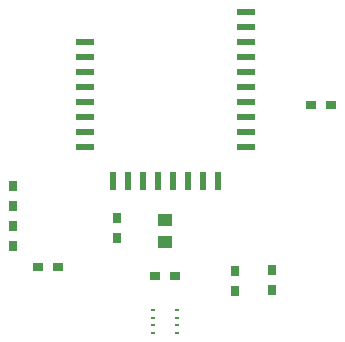
<source format=gbr>
G04 DipTrace 3.2.0.1*
G04 TopPaste.gbr*
%MOIN*%
G04 #@! TF.FileFunction,Paste,Top*
G04 #@! TF.Part,Single*
%ADD37R,0.011811X0.005906*%
%ADD39R,0.023622X0.059055*%
%ADD41R,0.059055X0.023622*%
%ADD43R,0.031496X0.035433*%
%ADD45R,0.051181X0.043307*%
%ADD49R,0.035433X0.031496*%
%FSLAX26Y26*%
G04*
G70*
G90*
G75*
G01*
G04 TopPaste*
%LPD*%
D49*
X-423768Y-377710D3*
X-356839D3*
X33465Y-408298D3*
X-33465D3*
D45*
X0Y-221343D3*
Y-296146D3*
D49*
X486051Y162248D3*
X552980D3*
D43*
X-161831Y-282623D3*
Y-215694D3*
X232581Y-458857D3*
Y-391928D3*
X355110Y-454273D3*
Y-387344D3*
D41*
X-267717Y23622D3*
Y73622D3*
Y123622D3*
Y173622D3*
Y223622D3*
Y273622D3*
Y323622D3*
Y373622D3*
X267717Y23622D3*
Y73622D3*
Y123622D3*
Y173622D3*
Y223622D3*
Y273622D3*
Y323622D3*
Y373622D3*
Y423622D3*
Y473622D3*
D39*
X-25000Y-90551D3*
X25000D3*
X-75000Y-90157D3*
X75000Y-90551D3*
X-125000D3*
X125000D3*
X-175000D3*
X175000D3*
D37*
X-40354Y-546605D3*
Y-572196D3*
X40354D3*
Y-546605D3*
X-40354Y-521014D3*
Y-597786D3*
X40354D3*
Y-521014D3*
D43*
X-507864Y-174217D3*
Y-107287D3*
X-507686Y-242175D3*
Y-309104D3*
M02*

</source>
